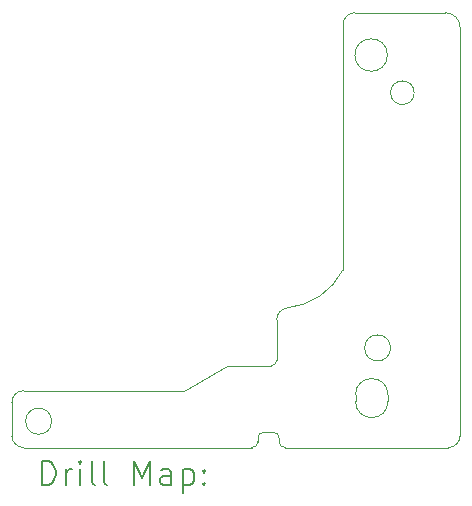
<source format=gbr>
%TF.GenerationSoftware,KiCad,Pcbnew,7.0.6*%
%TF.CreationDate,2023-09-27T22:25:35-07:00*%
%TF.ProjectId,procon_battery_pcb,70726f63-6f6e-45f6-9261-74746572795f,rev?*%
%TF.SameCoordinates,Original*%
%TF.FileFunction,Drillmap*%
%TF.FilePolarity,Positive*%
%FSLAX45Y45*%
G04 Gerber Fmt 4.5, Leading zero omitted, Abs format (unit mm)*
G04 Created by KiCad (PCBNEW 7.0.6) date 2023-09-27 22:25:35*
%MOMM*%
%LPD*%
G01*
G04 APERTURE LIST*
%ADD10C,0.100000*%
%ADD11C,0.200000*%
G04 APERTURE END LIST*
D10*
X7880958Y-2299010D02*
G75*
G03*
X7880958Y-2299010I-100000J0D01*
G01*
X7654371Y-1979843D02*
G75*
G03*
X7654371Y-1979843I-137500J0D01*
G01*
X7680994Y-4459622D02*
G75*
G03*
X7680994Y-4459622I-110000J0D01*
G01*
X7384437Y-4911838D02*
G75*
G03*
X7659437Y-4911838I137500J0D01*
G01*
X7384437Y-4856838D02*
X7384437Y-4911838D01*
X7659436Y-4856838D02*
G75*
G03*
X7384437Y-4856838I-137500J0D01*
G01*
X7659437Y-4911838D02*
X7659437Y-4856838D01*
X4811590Y-5080872D02*
G75*
G03*
X4811590Y-5080872I-110000J0D01*
G01*
X6807573Y-4120668D02*
G75*
G03*
X6717640Y-4220160I10071J-99496D01*
G01*
X6717640Y-4560940D02*
X6717640Y-4220160D01*
X6667640Y-4610940D02*
G75*
G03*
X6717640Y-4560940I5J49996D01*
G01*
X6299640Y-4610940D02*
X6667640Y-4610940D01*
X5934640Y-4820940D02*
X6299640Y-4610940D01*
X4574640Y-4820940D02*
X5934640Y-4820940D01*
X4574640Y-4820940D02*
G75*
G03*
X4474640Y-4920940I5J-100005D01*
G01*
X4474640Y-5202940D02*
X4474640Y-4920940D01*
X4474649Y-5202940D02*
G75*
G03*
X4574640Y-5302940I99996J-4D01*
G01*
X6507640Y-5302940D02*
X4574640Y-5302940D01*
X6507640Y-5302940D02*
G75*
G03*
X6557640Y-5252940I5J49996D01*
G01*
X6557640Y-5222940D02*
X6557640Y-5252940D01*
X6607640Y-5172940D02*
G75*
G03*
X6557640Y-5222940I5J-50005D01*
G01*
X6687640Y-5172940D02*
X6607640Y-5172940D01*
X6737649Y-5222940D02*
G75*
G03*
X6687640Y-5172940I-50004J-4D01*
G01*
X6737640Y-5252940D02*
X6737640Y-5222940D01*
X6737649Y-5252940D02*
G75*
G03*
X6787640Y-5302940I49996J-4D01*
G01*
X8169640Y-5302940D02*
X6787640Y-5302940D01*
X8169640Y-5302940D02*
G75*
G03*
X8269640Y-5202940I5J99996D01*
G01*
X8269640Y-1745940D02*
X8269640Y-5202940D01*
X8269641Y-1745940D02*
G75*
G03*
X8144640Y-1620940I-125000J0D01*
G01*
X7379640Y-1620940D02*
X8144640Y-1620940D01*
X7379640Y-1620940D02*
G75*
G03*
X7279640Y-1720940I5J-100005D01*
G01*
X7279640Y-3795940D02*
X7279640Y-1720940D01*
X6807574Y-4120672D02*
G75*
G03*
X7279640Y-3795940I-59969J592668D01*
G01*
D11*
X4730417Y-5619424D02*
X4730417Y-5419424D01*
X4730417Y-5419424D02*
X4778036Y-5419424D01*
X4778036Y-5419424D02*
X4806607Y-5428948D01*
X4806607Y-5428948D02*
X4825655Y-5447995D01*
X4825655Y-5447995D02*
X4835179Y-5467043D01*
X4835179Y-5467043D02*
X4844703Y-5505138D01*
X4844703Y-5505138D02*
X4844703Y-5533710D01*
X4844703Y-5533710D02*
X4835179Y-5571805D01*
X4835179Y-5571805D02*
X4825655Y-5590852D01*
X4825655Y-5590852D02*
X4806607Y-5609900D01*
X4806607Y-5609900D02*
X4778036Y-5619424D01*
X4778036Y-5619424D02*
X4730417Y-5619424D01*
X4930417Y-5619424D02*
X4930417Y-5486090D01*
X4930417Y-5524186D02*
X4939941Y-5505138D01*
X4939941Y-5505138D02*
X4949464Y-5495614D01*
X4949464Y-5495614D02*
X4968512Y-5486090D01*
X4968512Y-5486090D02*
X4987560Y-5486090D01*
X5054226Y-5619424D02*
X5054226Y-5486090D01*
X5054226Y-5419424D02*
X5044703Y-5428948D01*
X5044703Y-5428948D02*
X5054226Y-5438471D01*
X5054226Y-5438471D02*
X5063750Y-5428948D01*
X5063750Y-5428948D02*
X5054226Y-5419424D01*
X5054226Y-5419424D02*
X5054226Y-5438471D01*
X5178036Y-5619424D02*
X5158988Y-5609900D01*
X5158988Y-5609900D02*
X5149464Y-5590852D01*
X5149464Y-5590852D02*
X5149464Y-5419424D01*
X5282798Y-5619424D02*
X5263750Y-5609900D01*
X5263750Y-5609900D02*
X5254226Y-5590852D01*
X5254226Y-5590852D02*
X5254226Y-5419424D01*
X5511369Y-5619424D02*
X5511369Y-5419424D01*
X5511369Y-5419424D02*
X5578036Y-5562281D01*
X5578036Y-5562281D02*
X5644702Y-5419424D01*
X5644702Y-5419424D02*
X5644702Y-5619424D01*
X5825655Y-5619424D02*
X5825655Y-5514662D01*
X5825655Y-5514662D02*
X5816131Y-5495614D01*
X5816131Y-5495614D02*
X5797083Y-5486090D01*
X5797083Y-5486090D02*
X5758988Y-5486090D01*
X5758988Y-5486090D02*
X5739941Y-5495614D01*
X5825655Y-5609900D02*
X5806607Y-5619424D01*
X5806607Y-5619424D02*
X5758988Y-5619424D01*
X5758988Y-5619424D02*
X5739941Y-5609900D01*
X5739941Y-5609900D02*
X5730417Y-5590852D01*
X5730417Y-5590852D02*
X5730417Y-5571805D01*
X5730417Y-5571805D02*
X5739941Y-5552757D01*
X5739941Y-5552757D02*
X5758988Y-5543233D01*
X5758988Y-5543233D02*
X5806607Y-5543233D01*
X5806607Y-5543233D02*
X5825655Y-5533710D01*
X5920893Y-5486090D02*
X5920893Y-5686090D01*
X5920893Y-5495614D02*
X5939941Y-5486090D01*
X5939941Y-5486090D02*
X5978036Y-5486090D01*
X5978036Y-5486090D02*
X5997083Y-5495614D01*
X5997083Y-5495614D02*
X6006607Y-5505138D01*
X6006607Y-5505138D02*
X6016131Y-5524186D01*
X6016131Y-5524186D02*
X6016131Y-5581329D01*
X6016131Y-5581329D02*
X6006607Y-5600376D01*
X6006607Y-5600376D02*
X5997083Y-5609900D01*
X5997083Y-5609900D02*
X5978036Y-5619424D01*
X5978036Y-5619424D02*
X5939941Y-5619424D01*
X5939941Y-5619424D02*
X5920893Y-5609900D01*
X6101845Y-5600376D02*
X6111369Y-5609900D01*
X6111369Y-5609900D02*
X6101845Y-5619424D01*
X6101845Y-5619424D02*
X6092322Y-5609900D01*
X6092322Y-5609900D02*
X6101845Y-5600376D01*
X6101845Y-5600376D02*
X6101845Y-5619424D01*
X6101845Y-5495614D02*
X6111369Y-5505138D01*
X6111369Y-5505138D02*
X6101845Y-5514662D01*
X6101845Y-5514662D02*
X6092322Y-5505138D01*
X6092322Y-5505138D02*
X6101845Y-5495614D01*
X6101845Y-5495614D02*
X6101845Y-5514662D01*
M02*

</source>
